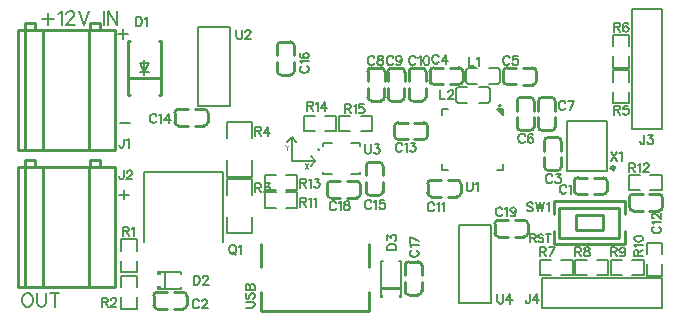
<source format=gto>
G04 Layer: TopSilkscreenLayer*
G04 EasyEDA v6.5.15, 2022-10-09 22:19:18*
G04 792860b319f64621ac1ba377023e4090,0b3a2bb33c9248688526e96ab25d6e06,10*
G04 Gerber Generator version 0.2*
G04 Scale: 100 percent, Rotated: No, Reflected: No *
G04 Dimensions in millimeters *
G04 leading zeros omitted , absolute positions ,4 integer and 5 decimal *
%FSLAX45Y45*%
%MOMM*%

%ADD10C,0.1000*%
%ADD11C,0.2000*%
%ADD12C,0.1500*%
%ADD13C,0.2032*%
%ADD14C,0.2540*%
%ADD15C,0.1520*%
%ADD16C,0.1524*%
%ADD17C,0.1520*%
%ADD18C,0.1270*%
%ADD19C,0.2030*%
%ADD20C,0.3000*%
%ADD21C,0.0154*%

%LPD*%
D10*
X2269975Y1420489D02*
G01*
X2288263Y1397629D01*
X2288263Y1372737D01*
X2306297Y1420489D02*
G01*
X2288263Y1397629D01*
X2440071Y1260487D02*
G01*
X2471821Y1212735D01*
X2471821Y1260487D02*
G01*
X2440071Y1212735D01*
D11*
X269199Y2534655D02*
G01*
X269199Y2436611D01*
X219923Y2485633D02*
G01*
X318221Y2485633D01*
X354289Y2529321D02*
G01*
X365211Y2534655D01*
X381467Y2551165D01*
X381467Y2436611D01*
X422869Y2523733D02*
G01*
X422869Y2529321D01*
X428457Y2540243D01*
X433791Y2545577D01*
X444713Y2551165D01*
X466557Y2551165D01*
X477479Y2545577D01*
X482813Y2540243D01*
X488401Y2529321D01*
X488401Y2518399D01*
X482813Y2507477D01*
X471891Y2490967D01*
X417535Y2436611D01*
X493735Y2436611D01*
X529803Y2551165D02*
G01*
X573491Y2436611D01*
X617179Y2551165D02*
G01*
X573491Y2436611D01*
X737067Y2551165D02*
G01*
X737067Y2436611D01*
X773135Y2551165D02*
G01*
X773135Y2436611D01*
X773135Y2551165D02*
G01*
X849335Y2436611D01*
X849335Y2551165D02*
G01*
X849335Y2436611D01*
X82829Y161213D02*
G01*
X71907Y155625D01*
X60985Y144703D01*
X55397Y133781D01*
X50063Y117525D01*
X50063Y90093D01*
X55397Y73837D01*
X60985Y62915D01*
X71907Y51993D01*
X82829Y46659D01*
X104673Y46659D01*
X115341Y51993D01*
X126263Y62915D01*
X131851Y73837D01*
X137185Y90093D01*
X137185Y117525D01*
X131851Y133781D01*
X126263Y144703D01*
X115341Y155625D01*
X104673Y161213D01*
X82829Y161213D01*
X173253Y161213D02*
G01*
X173253Y79171D01*
X178841Y62915D01*
X189763Y51993D01*
X206019Y46659D01*
X216941Y46659D01*
X233197Y51993D01*
X244119Y62915D01*
X249707Y79171D01*
X249707Y161213D01*
X323875Y161213D02*
G01*
X323875Y46659D01*
X285775Y161213D02*
G01*
X361975Y161213D01*
D12*
X910981Y1037285D02*
G01*
X910981Y955497D01*
X870087Y996391D02*
G01*
X951875Y996391D01*
D11*
X900981Y2397282D02*
G01*
X900981Y2315494D01*
X860087Y2356388D02*
G01*
X941875Y2356388D01*
X879881Y1606473D02*
G01*
X961923Y1606473D01*
D12*
X4349925Y660572D02*
G01*
X4349925Y593770D01*
X4349925Y660572D02*
G01*
X4378627Y660572D01*
X4388279Y657524D01*
X4391327Y654222D01*
X4394629Y647872D01*
X4394629Y641522D01*
X4391327Y635172D01*
X4388279Y632124D01*
X4378627Y628822D01*
X4349925Y628822D01*
X4372277Y628822D02*
G01*
X4394629Y593770D01*
X4460161Y651174D02*
G01*
X4453811Y657524D01*
X4444159Y660572D01*
X4431459Y660572D01*
X4421807Y657524D01*
X4415457Y651174D01*
X4415457Y644824D01*
X4418759Y638474D01*
X4421807Y635172D01*
X4428157Y632124D01*
X4447461Y625520D01*
X4453811Y622472D01*
X4456859Y619170D01*
X4460161Y612820D01*
X4460161Y603422D01*
X4453811Y597072D01*
X4444159Y593770D01*
X4431459Y593770D01*
X4421807Y597072D01*
X4415457Y603422D01*
X4503341Y660572D02*
G01*
X4503341Y593770D01*
X4480989Y660572D02*
G01*
X4525693Y660572D01*
X5029987Y1360601D02*
G01*
X5080787Y1284401D01*
X5080787Y1360601D02*
G01*
X5029987Y1284401D01*
X5104917Y1346123D02*
G01*
X5112283Y1349933D01*
X5123205Y1360601D01*
X5123205Y1284401D01*
X1544439Y92633D02*
G01*
X1540883Y99745D01*
X1533517Y107111D01*
X1526405Y110667D01*
X1511927Y110667D01*
X1504561Y107111D01*
X1497195Y99745D01*
X1493639Y92633D01*
X1490083Y81711D01*
X1490083Y63423D01*
X1493639Y52501D01*
X1497195Y45389D01*
X1504561Y38023D01*
X1511927Y34467D01*
X1526405Y34467D01*
X1533517Y38023D01*
X1540883Y45389D01*
X1544439Y52501D01*
X1572125Y92633D02*
G01*
X1572125Y96189D01*
X1575935Y103555D01*
X1579491Y107111D01*
X1586603Y110667D01*
X1601335Y110667D01*
X1608447Y107111D01*
X1612257Y103555D01*
X1615813Y96189D01*
X1615813Y88823D01*
X1612257Y81711D01*
X1604891Y70789D01*
X1568569Y34467D01*
X1619369Y34467D01*
X1499989Y310753D02*
G01*
X1499989Y234299D01*
X1499989Y310753D02*
G01*
X1525389Y310753D01*
X1536311Y307197D01*
X1543677Y299831D01*
X1547233Y292465D01*
X1550789Y281543D01*
X1550789Y263509D01*
X1547233Y252587D01*
X1543677Y245221D01*
X1536311Y238109D01*
X1525389Y234299D01*
X1499989Y234299D01*
X1578475Y292465D02*
G01*
X1578475Y296275D01*
X1582285Y303387D01*
X1585841Y307197D01*
X1593207Y310753D01*
X1607685Y310753D01*
X1614797Y307197D01*
X1618607Y303387D01*
X1622163Y296275D01*
X1622163Y288909D01*
X1618607Y281543D01*
X1611241Y270621D01*
X1574919Y234299D01*
X1625719Y234299D01*
X720077Y120667D02*
G01*
X720077Y44467D01*
X720077Y120667D02*
G01*
X752843Y120667D01*
X763511Y117111D01*
X767321Y113555D01*
X770877Y106189D01*
X770877Y98823D01*
X767321Y91711D01*
X763511Y87901D01*
X752843Y84345D01*
X720077Y84345D01*
X745477Y84345D02*
G01*
X770877Y44467D01*
X798563Y102633D02*
G01*
X798563Y106189D01*
X802119Y113555D01*
X805929Y117111D01*
X813041Y120667D01*
X827519Y120667D01*
X834885Y117111D01*
X838441Y113555D01*
X842251Y106189D01*
X842251Y98823D01*
X838441Y91711D01*
X831329Y80789D01*
X795007Y44467D01*
X845807Y44467D01*
X899929Y720681D02*
G01*
X899929Y644481D01*
X899929Y720681D02*
G01*
X932695Y720681D01*
X943617Y717125D01*
X947173Y713569D01*
X950983Y706203D01*
X950983Y698837D01*
X947173Y691725D01*
X943617Y687915D01*
X932695Y684359D01*
X899929Y684359D01*
X925329Y684359D02*
G01*
X950983Y644481D01*
X974859Y706203D02*
G01*
X982225Y709759D01*
X993147Y720681D01*
X993147Y644481D01*
X3574567Y2162479D02*
G01*
X3571011Y2169845D01*
X3563645Y2177211D01*
X3556279Y2180767D01*
X3541801Y2180767D01*
X3534435Y2177211D01*
X3527323Y2169845D01*
X3523767Y2162479D01*
X3519957Y2151557D01*
X3519957Y2133523D01*
X3523767Y2122601D01*
X3527323Y2115235D01*
X3534435Y2107869D01*
X3541801Y2104313D01*
X3556279Y2104313D01*
X3563645Y2107869D01*
X3571011Y2115235D01*
X3574567Y2122601D01*
X3635019Y2180767D02*
G01*
X3598443Y2129713D01*
X3653053Y2129713D01*
X3635019Y2180767D02*
G01*
X3635019Y2104313D01*
X4174515Y2152573D02*
G01*
X4170959Y2159685D01*
X4163593Y2167051D01*
X4156227Y2170607D01*
X4141749Y2170607D01*
X4134637Y2167051D01*
X4127271Y2159685D01*
X4123715Y2152573D01*
X4119905Y2141651D01*
X4119905Y2123363D01*
X4123715Y2112441D01*
X4127271Y2105329D01*
X4134637Y2097963D01*
X4141749Y2094407D01*
X4156227Y2094407D01*
X4163593Y2097963D01*
X4170959Y2105329D01*
X4174515Y2112441D01*
X4242079Y2170607D02*
G01*
X4205757Y2170607D01*
X4202201Y2138095D01*
X4205757Y2141651D01*
X4216679Y2145207D01*
X4227601Y2145207D01*
X4238523Y2141651D01*
X4245889Y2134285D01*
X4249445Y2123363D01*
X4249445Y2116251D01*
X4245889Y2105329D01*
X4238523Y2097963D01*
X4227601Y2094407D01*
X4216679Y2094407D01*
X4205757Y2097963D01*
X4202201Y2101519D01*
X4198645Y2108885D01*
X4304563Y1492427D02*
G01*
X4301007Y1499793D01*
X4293641Y1507159D01*
X4286275Y1510715D01*
X4271797Y1510715D01*
X4264431Y1507159D01*
X4257319Y1499793D01*
X4253763Y1492427D01*
X4249953Y1481505D01*
X4249953Y1463471D01*
X4253763Y1452549D01*
X4257319Y1445183D01*
X4264431Y1438071D01*
X4271797Y1434261D01*
X4286275Y1434261D01*
X4293641Y1438071D01*
X4301007Y1445183D01*
X4304563Y1452549D01*
X4372127Y1499793D02*
G01*
X4368571Y1507159D01*
X4357649Y1510715D01*
X4350283Y1510715D01*
X4339361Y1507159D01*
X4332249Y1496237D01*
X4328439Y1477949D01*
X4328439Y1459915D01*
X4332249Y1445183D01*
X4339361Y1438071D01*
X4350283Y1434261D01*
X4354093Y1434261D01*
X4365015Y1438071D01*
X4372127Y1445183D01*
X4375937Y1456105D01*
X4375937Y1459915D01*
X4372127Y1470837D01*
X4365015Y1477949D01*
X4354093Y1481505D01*
X4350283Y1481505D01*
X4339361Y1477949D01*
X4332249Y1470837D01*
X4328439Y1459915D01*
X4644669Y1772589D02*
G01*
X4640859Y1779701D01*
X4633747Y1787067D01*
X4626381Y1790623D01*
X4611903Y1790623D01*
X4604537Y1787067D01*
X4597425Y1779701D01*
X4593615Y1772589D01*
X4590059Y1761667D01*
X4590059Y1743379D01*
X4593615Y1732457D01*
X4597425Y1725091D01*
X4604537Y1717979D01*
X4611903Y1714169D01*
X4626381Y1714169D01*
X4633747Y1717979D01*
X4640859Y1725091D01*
X4644669Y1732457D01*
X4719599Y1790623D02*
G01*
X4683023Y1714169D01*
X4668545Y1790623D02*
G01*
X4719599Y1790623D01*
X3029229Y2152319D02*
G01*
X3025673Y2159685D01*
X3018307Y2167051D01*
X3010941Y2170607D01*
X2996463Y2170607D01*
X2989097Y2167051D01*
X2981985Y2159685D01*
X2978175Y2152319D01*
X2974619Y2141397D01*
X2974619Y2123363D01*
X2978175Y2112441D01*
X2981985Y2105075D01*
X2989097Y2097963D01*
X2996463Y2094153D01*
X3010941Y2094153D01*
X3018307Y2097963D01*
X3025673Y2105075D01*
X3029229Y2112441D01*
X3071393Y2170607D02*
G01*
X3060471Y2167051D01*
X3056915Y2159685D01*
X3056915Y2152319D01*
X3060471Y2145207D01*
X3067837Y2141397D01*
X3082315Y2137841D01*
X3093237Y2134285D01*
X3100349Y2126919D01*
X3104159Y2119807D01*
X3104159Y2108885D01*
X3100349Y2101519D01*
X3096793Y2097963D01*
X3085871Y2094153D01*
X3071393Y2094153D01*
X3060471Y2097963D01*
X3056915Y2101519D01*
X3053105Y2108885D01*
X3053105Y2119807D01*
X3056915Y2126919D01*
X3064027Y2134285D01*
X3074949Y2137841D01*
X3089427Y2141397D01*
X3096793Y2145207D01*
X3100349Y2152319D01*
X3100349Y2159685D01*
X3096793Y2167051D01*
X3085871Y2170607D01*
X3071393Y2170607D01*
X3188995Y2152319D02*
G01*
X3185439Y2159685D01*
X3178073Y2167051D01*
X3170961Y2170607D01*
X3156229Y2170607D01*
X3149117Y2167051D01*
X3141751Y2159685D01*
X3138195Y2152319D01*
X3134385Y2141397D01*
X3134385Y2123363D01*
X3138195Y2112441D01*
X3141751Y2105075D01*
X3149117Y2097963D01*
X3156229Y2094153D01*
X3170961Y2094153D01*
X3178073Y2097963D01*
X3185439Y2105075D01*
X3188995Y2112441D01*
X3260369Y2145207D02*
G01*
X3256559Y2134285D01*
X3249447Y2126919D01*
X3238525Y2123363D01*
X3234969Y2123363D01*
X3224047Y2126919D01*
X3216681Y2134285D01*
X3213125Y2145207D01*
X3213125Y2148763D01*
X3216681Y2159685D01*
X3224047Y2167051D01*
X3234969Y2170607D01*
X3238525Y2170607D01*
X3249447Y2167051D01*
X3256559Y2159685D01*
X3260369Y2145207D01*
X3260369Y2126919D01*
X3256559Y2108885D01*
X3249447Y2097963D01*
X3238525Y2094153D01*
X3231159Y2094153D01*
X3220237Y2097963D01*
X3216681Y2105075D01*
X3378987Y2152319D02*
G01*
X3375431Y2159685D01*
X3368065Y2167051D01*
X3360953Y2170607D01*
X3346221Y2170607D01*
X3339109Y2167051D01*
X3331743Y2159685D01*
X3328187Y2152319D01*
X3324377Y2141397D01*
X3324377Y2123363D01*
X3328187Y2112441D01*
X3331743Y2105075D01*
X3339109Y2097963D01*
X3346221Y2094153D01*
X3360953Y2094153D01*
X3368065Y2097963D01*
X3375431Y2105075D01*
X3378987Y2112441D01*
X3403117Y2156129D02*
G01*
X3410229Y2159685D01*
X3421151Y2170607D01*
X3421151Y2094153D01*
X3467125Y2170607D02*
G01*
X3456203Y2167051D01*
X3448837Y2156129D01*
X3445281Y2137841D01*
X3445281Y2126919D01*
X3448837Y2108885D01*
X3456203Y2097963D01*
X3467125Y2094153D01*
X3474237Y2094153D01*
X3485159Y2097963D01*
X3492525Y2108885D01*
X3496081Y2126919D01*
X3496081Y2137841D01*
X3492525Y2156129D01*
X3485159Y2167051D01*
X3474237Y2170607D01*
X3467125Y2170607D01*
X3534435Y912545D02*
G01*
X3530879Y919911D01*
X3523513Y927023D01*
X3516401Y930833D01*
X3501923Y930833D01*
X3494557Y927023D01*
X3487191Y919911D01*
X3483635Y912545D01*
X3480079Y901623D01*
X3480079Y883335D01*
X3483635Y872413D01*
X3487191Y865301D01*
X3494557Y857935D01*
X3501923Y854379D01*
X3516401Y854379D01*
X3523513Y857935D01*
X3530879Y865301D01*
X3534435Y872413D01*
X3558565Y916101D02*
G01*
X3565931Y919911D01*
X3576853Y930833D01*
X3576853Y854379D01*
X3600729Y916101D02*
G01*
X3608095Y919911D01*
X3619017Y930833D01*
X3619017Y854379D01*
X5397525Y724636D02*
G01*
X5390159Y720826D01*
X5382793Y713714D01*
X5379237Y706348D01*
X5379237Y691870D01*
X5382793Y684504D01*
X5390159Y677392D01*
X5397525Y673582D01*
X5408447Y670026D01*
X5426481Y670026D01*
X5437403Y673582D01*
X5444769Y677392D01*
X5451881Y684504D01*
X5455691Y691870D01*
X5455691Y706348D01*
X5451881Y713714D01*
X5444769Y720826D01*
X5437403Y724636D01*
X5393715Y748512D02*
G01*
X5390159Y755878D01*
X5379237Y766800D01*
X5455691Y766800D01*
X5397525Y794486D02*
G01*
X5393715Y794486D01*
X5386603Y798042D01*
X5382793Y801598D01*
X5379237Y808964D01*
X5379237Y823442D01*
X5382793Y830808D01*
X5386603Y834364D01*
X5393715Y837920D01*
X5401081Y837920D01*
X5408447Y834364D01*
X5419369Y826998D01*
X5455691Y790676D01*
X5455691Y841730D01*
X3264433Y1417497D02*
G01*
X3260877Y1424863D01*
X3253511Y1431975D01*
X3246399Y1435785D01*
X3231921Y1435785D01*
X3224555Y1431975D01*
X3217189Y1424863D01*
X3213633Y1417497D01*
X3210077Y1406575D01*
X3210077Y1388541D01*
X3213633Y1377619D01*
X3217189Y1370253D01*
X3224555Y1362887D01*
X3231921Y1359331D01*
X3246399Y1359331D01*
X3253511Y1362887D01*
X3260877Y1370253D01*
X3264433Y1377619D01*
X3288563Y1421053D02*
G01*
X3295929Y1424863D01*
X3306851Y1435785D01*
X3306851Y1359331D01*
X3338093Y1435785D02*
G01*
X3377971Y1435785D01*
X3356127Y1406575D01*
X3367049Y1406575D01*
X3374415Y1403019D01*
X3377971Y1399463D01*
X3381527Y1388541D01*
X3381527Y1381175D01*
X3377971Y1370253D01*
X3370605Y1362887D01*
X3359937Y1359331D01*
X3349015Y1359331D01*
X3338093Y1362887D01*
X3334283Y1366697D01*
X3330727Y1373809D01*
X1184607Y1662658D02*
G01*
X1180797Y1669770D01*
X1173685Y1677136D01*
X1166319Y1680692D01*
X1151841Y1680692D01*
X1144475Y1677136D01*
X1137363Y1669770D01*
X1133553Y1662658D01*
X1129997Y1651736D01*
X1129997Y1633448D01*
X1133553Y1622526D01*
X1137363Y1615160D01*
X1144475Y1608048D01*
X1151841Y1604238D01*
X1166319Y1604238D01*
X1173685Y1608048D01*
X1180797Y1615160D01*
X1184607Y1622526D01*
X1208483Y1666214D02*
G01*
X1215849Y1669770D01*
X1226771Y1680692D01*
X1226771Y1604238D01*
X1286969Y1680692D02*
G01*
X1250647Y1629892D01*
X1305257Y1629892D01*
X1286969Y1680692D02*
G01*
X1286969Y1604238D01*
X3004591Y932611D02*
G01*
X3001035Y939723D01*
X2993669Y947089D01*
X2986303Y950645D01*
X2971825Y950645D01*
X2964459Y947089D01*
X2957347Y939723D01*
X2953537Y932611D01*
X2949981Y921689D01*
X2949981Y903401D01*
X2953537Y892479D01*
X2957347Y885367D01*
X2964459Y878001D01*
X2971825Y874445D01*
X2986303Y874445D01*
X2993669Y878001D01*
X3001035Y885367D01*
X3004591Y892479D01*
X3028467Y936167D02*
G01*
X3035833Y939723D01*
X3046755Y950645D01*
X3046755Y874445D01*
X3114319Y950645D02*
G01*
X3077997Y950645D01*
X3074441Y917879D01*
X3077997Y921689D01*
X3088919Y925245D01*
X3099841Y925245D01*
X3110763Y921689D01*
X3118129Y914323D01*
X3121685Y903401D01*
X3121685Y896289D01*
X3118129Y885367D01*
X3110763Y878001D01*
X3099841Y874445D01*
X3088919Y874445D01*
X3077997Y878001D01*
X3074441Y881557D01*
X3070631Y888923D01*
X2417368Y2084425D02*
G01*
X2410256Y2080869D01*
X2402890Y2073503D01*
X2399334Y2066391D01*
X2399334Y2051913D01*
X2402890Y2044547D01*
X2410256Y2037181D01*
X2417368Y2033625D01*
X2428290Y2030069D01*
X2446578Y2030069D01*
X2457500Y2033625D01*
X2464612Y2037181D01*
X2471978Y2044547D01*
X2475534Y2051913D01*
X2475534Y2066391D01*
X2471978Y2073503D01*
X2464612Y2080869D01*
X2457500Y2084425D01*
X2413812Y2108555D02*
G01*
X2410256Y2115921D01*
X2399334Y2126843D01*
X2475534Y2126843D01*
X2410256Y2194407D02*
G01*
X2402890Y2190597D01*
X2399334Y2179929D01*
X2399334Y2172563D01*
X2402890Y2161641D01*
X2413812Y2154275D01*
X2432100Y2150719D01*
X2450134Y2150719D01*
X2464612Y2154275D01*
X2471978Y2161641D01*
X2475534Y2172563D01*
X2475534Y2176119D01*
X2471978Y2187041D01*
X2464612Y2194407D01*
X2453944Y2197963D01*
X2450134Y2197963D01*
X2439212Y2194407D01*
X2432100Y2187041D01*
X2428290Y2176119D01*
X2428290Y2172563D01*
X2432100Y2161641D01*
X2439212Y2154275D01*
X2450134Y2150719D01*
X3347567Y524510D02*
G01*
X3340201Y520954D01*
X3333089Y513588D01*
X3329279Y506476D01*
X3329279Y491744D01*
X3333089Y484632D01*
X3340201Y477266D01*
X3347567Y473710D01*
X3358489Y470154D01*
X3376523Y470154D01*
X3387445Y473710D01*
X3394811Y477266D01*
X3402177Y484632D01*
X3405733Y491744D01*
X3405733Y506476D01*
X3402177Y513588D01*
X3394811Y520954D01*
X3387445Y524510D01*
X3344011Y548640D02*
G01*
X3340201Y555752D01*
X3329279Y566674D01*
X3405733Y566674D01*
X3329279Y641604D02*
G01*
X3405733Y605282D01*
X3329279Y590804D02*
G01*
X3329279Y641604D01*
X2704617Y922451D02*
G01*
X2700807Y929817D01*
X2693695Y937183D01*
X2686329Y940739D01*
X2671851Y940739D01*
X2664485Y937183D01*
X2657373Y929817D01*
X2653563Y922451D01*
X2650007Y911529D01*
X2650007Y893495D01*
X2653563Y882573D01*
X2657373Y875207D01*
X2664485Y868095D01*
X2671851Y864285D01*
X2686329Y864285D01*
X2693695Y868095D01*
X2700807Y875207D01*
X2704617Y882573D01*
X2728493Y926261D02*
G01*
X2735859Y929817D01*
X2746781Y940739D01*
X2746781Y864285D01*
X2788945Y940739D02*
G01*
X2778023Y937183D01*
X2774467Y929817D01*
X2774467Y922451D01*
X2778023Y915339D01*
X2785389Y911529D01*
X2799867Y907973D01*
X2810789Y904417D01*
X2817901Y897051D01*
X2821711Y889939D01*
X2821711Y879017D01*
X2817901Y871651D01*
X2814345Y868095D01*
X2803423Y864285D01*
X2788945Y864285D01*
X2778023Y868095D01*
X2774467Y871651D01*
X2770657Y879017D01*
X2770657Y889939D01*
X2774467Y897051D01*
X2781579Y904417D01*
X2792501Y907973D01*
X2806979Y911529D01*
X2814345Y915339D01*
X2817901Y922451D01*
X2817901Y929817D01*
X2814345Y937183D01*
X2803423Y940739D01*
X2788945Y940739D01*
X4114571Y872667D02*
G01*
X4111015Y879779D01*
X4103649Y887145D01*
X4096283Y890701D01*
X4081805Y890701D01*
X4074439Y887145D01*
X4067327Y879779D01*
X4063771Y872667D01*
X4059961Y861745D01*
X4059961Y843457D01*
X4063771Y832535D01*
X4067327Y825169D01*
X4074439Y818057D01*
X4081805Y814247D01*
X4096283Y814247D01*
X4103649Y818057D01*
X4111015Y825169D01*
X4114571Y832535D01*
X4138447Y876223D02*
G01*
X4145813Y879779D01*
X4156735Y890701D01*
X4156735Y814247D01*
X4228109Y865301D02*
G01*
X4224299Y854379D01*
X4217187Y847013D01*
X4206265Y843457D01*
X4202455Y843457D01*
X4191533Y847013D01*
X4184421Y854379D01*
X4180865Y865301D01*
X4180865Y868857D01*
X4184421Y879779D01*
X4191533Y887145D01*
X4202455Y890701D01*
X4206265Y890701D01*
X4217187Y887145D01*
X4224299Y879779D01*
X4228109Y865301D01*
X4228109Y847013D01*
X4224299Y828979D01*
X4217187Y818057D01*
X4206265Y814247D01*
X4198899Y814247D01*
X4187977Y818057D01*
X4184421Y825169D01*
X3139186Y529996D02*
G01*
X3215639Y529996D01*
X3139186Y529996D02*
G01*
X3139186Y555396D01*
X3142995Y566318D01*
X3150107Y573684D01*
X3157473Y577240D01*
X3168395Y580796D01*
X3186429Y580796D01*
X3197352Y577240D01*
X3204718Y573684D01*
X3212084Y566318D01*
X3215639Y555396D01*
X3215639Y529996D01*
X3139186Y612292D02*
G01*
X3139186Y652170D01*
X3168395Y630326D01*
X3168395Y641248D01*
X3171952Y648614D01*
X3175507Y652170D01*
X3186429Y655726D01*
X3193795Y655726D01*
X3204718Y652170D01*
X3212084Y644804D01*
X3215639Y633882D01*
X3215639Y622960D01*
X3212084Y612292D01*
X3208273Y608482D01*
X3201161Y604926D01*
X2020044Y1091006D02*
G01*
X2020044Y1014552D01*
X2020044Y1091006D02*
G01*
X2052556Y1091006D01*
X2063478Y1087196D01*
X2067288Y1083640D01*
X2070844Y1076274D01*
X2070844Y1069162D01*
X2067288Y1061796D01*
X2063478Y1058240D01*
X2052556Y1054430D01*
X2020044Y1054430D01*
X2045444Y1054430D02*
G01*
X2070844Y1014552D01*
X2102086Y1091006D02*
G01*
X2142218Y1091006D01*
X2120374Y1061796D01*
X2131296Y1061796D01*
X2138408Y1058240D01*
X2142218Y1054430D01*
X2145774Y1043508D01*
X2145774Y1036396D01*
X2142218Y1025474D01*
X2134852Y1018108D01*
X2123930Y1014552D01*
X2113008Y1014552D01*
X2102086Y1018108D01*
X2098530Y1021918D01*
X2094974Y1029030D01*
X4370791Y919883D02*
G01*
X4363679Y926995D01*
X4352757Y930805D01*
X4338279Y930805D01*
X4327357Y926995D01*
X4319991Y919883D01*
X4319991Y912517D01*
X4323547Y905151D01*
X4327357Y901595D01*
X4334469Y898039D01*
X4356313Y890673D01*
X4363679Y887117D01*
X4367235Y883561D01*
X4370791Y876195D01*
X4370791Y865273D01*
X4363679Y857907D01*
X4352757Y854351D01*
X4338279Y854351D01*
X4327357Y857907D01*
X4319991Y865273D01*
X4394921Y930805D02*
G01*
X4412955Y854351D01*
X4431243Y930805D02*
G01*
X4412955Y854351D01*
X4431243Y930805D02*
G01*
X4449531Y854351D01*
X4467565Y930805D02*
G01*
X4449531Y854351D01*
X4491695Y916073D02*
G01*
X4498807Y919883D01*
X4509729Y930805D01*
X4509729Y854351D01*
X2020044Y1570812D02*
G01*
X2020044Y1494612D01*
X2020044Y1570812D02*
G01*
X2052556Y1570812D01*
X2063478Y1567256D01*
X2067288Y1563700D01*
X2070844Y1556334D01*
X2070844Y1548968D01*
X2067288Y1541856D01*
X2063478Y1538046D01*
X2052556Y1534490D01*
X2020044Y1534490D01*
X2045444Y1534490D02*
G01*
X2070844Y1494612D01*
X2131296Y1570812D02*
G01*
X2094720Y1520012D01*
X2149330Y1520012D01*
X2131296Y1570812D02*
G01*
X2131296Y1494612D01*
X5060045Y1750763D02*
G01*
X5060045Y1674309D01*
X5060045Y1750763D02*
G01*
X5092811Y1750763D01*
X5103733Y1747207D01*
X5107289Y1743397D01*
X5111099Y1736285D01*
X5111099Y1728919D01*
X5107289Y1721553D01*
X5103733Y1717997D01*
X5092811Y1714441D01*
X5060045Y1714441D01*
X5085445Y1714441D02*
G01*
X5111099Y1674309D01*
X5178663Y1750763D02*
G01*
X5142341Y1750763D01*
X5138531Y1717997D01*
X5142341Y1721553D01*
X5153263Y1725363D01*
X5164185Y1725363D01*
X5175107Y1721553D01*
X5182219Y1714441D01*
X5185775Y1703519D01*
X5185775Y1696153D01*
X5182219Y1685231D01*
X5175107Y1678119D01*
X5164185Y1674309D01*
X5153263Y1674309D01*
X5142341Y1678119D01*
X5138531Y1681675D01*
X5134975Y1689041D01*
X5060045Y2450787D02*
G01*
X5060045Y2374333D01*
X5060045Y2450787D02*
G01*
X5092811Y2450787D01*
X5103733Y2447231D01*
X5107289Y2443421D01*
X5111099Y2436309D01*
X5111099Y2428943D01*
X5107289Y2421577D01*
X5103733Y2418021D01*
X5092811Y2414465D01*
X5060045Y2414465D01*
X5085445Y2414465D02*
G01*
X5111099Y2374333D01*
X5178663Y2439865D02*
G01*
X5175107Y2447231D01*
X5164185Y2450787D01*
X5156819Y2450787D01*
X5145897Y2447231D01*
X5138531Y2436309D01*
X5134975Y2418021D01*
X5134975Y2399733D01*
X5138531Y2385255D01*
X5145897Y2378143D01*
X5156819Y2374333D01*
X5160375Y2374333D01*
X5171297Y2378143D01*
X5178663Y2385255D01*
X5182219Y2396177D01*
X5182219Y2399733D01*
X5178663Y2410655D01*
X5171297Y2418021D01*
X5160375Y2421577D01*
X5156819Y2421577D01*
X5145897Y2418021D01*
X5138531Y2410655D01*
X5134975Y2399733D01*
X4430039Y550849D02*
G01*
X4430039Y474395D01*
X4430039Y550849D02*
G01*
X4462805Y550849D01*
X4473727Y547039D01*
X4477283Y543483D01*
X4480839Y536117D01*
X4480839Y529005D01*
X4477283Y521639D01*
X4473727Y518083D01*
X4462805Y514273D01*
X4430039Y514273D01*
X4455439Y514273D02*
G01*
X4480839Y474395D01*
X4555769Y550849D02*
G01*
X4519447Y474395D01*
X4504969Y550849D02*
G01*
X4555769Y550849D01*
X4730013Y550849D02*
G01*
X4730013Y474395D01*
X4730013Y550849D02*
G01*
X4762779Y550849D01*
X4773701Y547039D01*
X4777257Y543483D01*
X4780813Y536117D01*
X4780813Y529005D01*
X4777257Y521639D01*
X4773701Y518083D01*
X4762779Y514273D01*
X4730013Y514273D01*
X4755413Y514273D02*
G01*
X4780813Y474395D01*
X4822977Y550849D02*
G01*
X4812055Y547039D01*
X4808499Y539927D01*
X4808499Y532561D01*
X4812055Y525195D01*
X4819421Y521639D01*
X4833899Y518083D01*
X4844821Y514273D01*
X4852187Y507161D01*
X4855743Y499795D01*
X4855743Y488873D01*
X4852187Y481761D01*
X4848631Y477951D01*
X4837709Y474395D01*
X4822977Y474395D01*
X4812055Y477951D01*
X4808499Y481761D01*
X4804943Y488873D01*
X4804943Y499795D01*
X4808499Y507161D01*
X4815865Y514273D01*
X4826787Y518083D01*
X4841265Y521639D01*
X4848631Y525195D01*
X4852187Y532561D01*
X4852187Y539927D01*
X4848631Y547039D01*
X4837709Y550849D01*
X4822977Y550849D01*
X5029987Y550849D02*
G01*
X5029987Y474395D01*
X5029987Y550849D02*
G01*
X5062753Y550849D01*
X5073675Y547039D01*
X5077231Y543483D01*
X5080787Y536117D01*
X5080787Y529005D01*
X5077231Y521639D01*
X5073675Y518083D01*
X5062753Y514273D01*
X5029987Y514273D01*
X5055387Y514273D02*
G01*
X5080787Y474395D01*
X5152161Y525195D02*
G01*
X5148605Y514273D01*
X5141239Y507161D01*
X5130317Y503351D01*
X5126761Y503351D01*
X5115839Y507161D01*
X5108473Y514273D01*
X5104917Y525195D01*
X5104917Y529005D01*
X5108473Y539927D01*
X5115839Y547039D01*
X5126761Y550849D01*
X5130317Y550849D01*
X5141239Y547039D01*
X5148605Y539927D01*
X5152161Y525195D01*
X5152161Y507161D01*
X5148605Y488873D01*
X5141239Y477951D01*
X5130317Y474395D01*
X5123205Y474395D01*
X5112283Y477951D01*
X5108473Y485317D01*
X5229232Y479905D02*
G01*
X5305686Y479905D01*
X5229232Y479905D02*
G01*
X5229232Y512671D01*
X5232788Y523593D01*
X5236598Y527149D01*
X5243710Y530959D01*
X5251076Y530959D01*
X5258442Y527149D01*
X5261998Y523593D01*
X5265554Y512671D01*
X5265554Y479905D01*
X5265554Y505559D02*
G01*
X5305686Y530959D01*
X5243710Y554835D02*
G01*
X5240154Y562201D01*
X5229232Y573123D01*
X5305686Y573123D01*
X5229232Y618843D02*
G01*
X5232788Y607921D01*
X5243710Y600809D01*
X5261998Y596999D01*
X5272920Y596999D01*
X5290954Y600809D01*
X5301876Y607921D01*
X5305686Y618843D01*
X5305686Y626209D01*
X5301876Y637131D01*
X5290954Y644243D01*
X5272920Y648053D01*
X5261998Y648053D01*
X5243710Y644243D01*
X5232788Y637131D01*
X5229232Y626209D01*
X5229232Y618843D01*
X2400071Y970711D02*
G01*
X2400071Y894257D01*
X2400071Y970711D02*
G01*
X2432837Y970711D01*
X2443505Y967155D01*
X2447315Y963345D01*
X2450871Y956233D01*
X2450871Y948867D01*
X2447315Y941755D01*
X2443505Y937945D01*
X2432837Y934389D01*
X2400071Y934389D01*
X2425471Y934389D02*
G01*
X2450871Y894257D01*
X2475001Y956233D02*
G01*
X2482113Y959789D01*
X2493035Y970711D01*
X2493035Y894257D01*
X2517165Y956233D02*
G01*
X2524277Y959789D01*
X2535199Y970711D01*
X2535199Y894257D01*
X5188018Y1261658D02*
G01*
X5188018Y1185458D01*
X5188018Y1261658D02*
G01*
X5220784Y1261658D01*
X5231706Y1258102D01*
X5235262Y1254546D01*
X5238818Y1247180D01*
X5238818Y1239814D01*
X5235262Y1232702D01*
X5231706Y1228892D01*
X5220784Y1225336D01*
X5188018Y1225336D01*
X5213418Y1225336D02*
G01*
X5238818Y1185458D01*
X5262948Y1247180D02*
G01*
X5270060Y1250736D01*
X5280982Y1261658D01*
X5280982Y1185458D01*
X5308668Y1243624D02*
G01*
X5308668Y1247180D01*
X5312478Y1254546D01*
X5316034Y1258102D01*
X5323146Y1261658D01*
X5337878Y1261658D01*
X5344990Y1258102D01*
X5348800Y1254546D01*
X5352356Y1247180D01*
X5352356Y1239814D01*
X5348800Y1232702D01*
X5341434Y1221780D01*
X5305112Y1185458D01*
X5355912Y1185458D01*
X2400071Y1130731D02*
G01*
X2400071Y1054277D01*
X2400071Y1130731D02*
G01*
X2432837Y1130731D01*
X2443505Y1127175D01*
X2447315Y1123365D01*
X2450871Y1116253D01*
X2450871Y1108887D01*
X2447315Y1101521D01*
X2443505Y1097965D01*
X2432837Y1094409D01*
X2400071Y1094409D01*
X2425471Y1094409D02*
G01*
X2450871Y1054277D01*
X2475001Y1116253D02*
G01*
X2482113Y1119809D01*
X2493035Y1130731D01*
X2493035Y1054277D01*
X2524277Y1130731D02*
G01*
X2564409Y1130731D01*
X2542565Y1101521D01*
X2553487Y1101521D01*
X2560599Y1097965D01*
X2564409Y1094409D01*
X2567965Y1083487D01*
X2567965Y1076121D01*
X2564409Y1065199D01*
X2557043Y1058087D01*
X2546121Y1054277D01*
X2535199Y1054277D01*
X2524277Y1058087D01*
X2520721Y1061643D01*
X2517165Y1069009D01*
X2459507Y1780717D02*
G01*
X2459507Y1704517D01*
X2459507Y1780717D02*
G01*
X2492019Y1780717D01*
X2502941Y1777161D01*
X2506751Y1773605D01*
X2510307Y1766239D01*
X2510307Y1758873D01*
X2506751Y1751761D01*
X2502941Y1747951D01*
X2492019Y1744395D01*
X2459507Y1744395D01*
X2484907Y1744395D02*
G01*
X2510307Y1704517D01*
X2534437Y1766239D02*
G01*
X2541549Y1769795D01*
X2552471Y1780717D01*
X2552471Y1704517D01*
X2612923Y1780717D02*
G01*
X2576601Y1729917D01*
X2630957Y1729917D01*
X2612923Y1780717D02*
G01*
X2612923Y1704517D01*
X2779293Y1760905D02*
G01*
X2779293Y1684451D01*
X2779293Y1760905D02*
G01*
X2812059Y1760905D01*
X2822981Y1757095D01*
X2826791Y1753539D01*
X2830347Y1746173D01*
X2830347Y1739061D01*
X2826791Y1731695D01*
X2822981Y1728139D01*
X2812059Y1724329D01*
X2779293Y1724329D01*
X2804947Y1724329D02*
G01*
X2830347Y1684451D01*
X2854223Y1746173D02*
G01*
X2861589Y1749983D01*
X2872511Y1760905D01*
X2872511Y1684451D01*
X2940075Y1760905D02*
G01*
X2903753Y1760905D01*
X2900197Y1728139D01*
X2903753Y1731695D01*
X2914675Y1735251D01*
X2925597Y1735251D01*
X2936519Y1731695D01*
X2943885Y1724329D01*
X2947441Y1713661D01*
X2947441Y1706295D01*
X2943885Y1695373D01*
X2936519Y1688007D01*
X2925597Y1684451D01*
X2914675Y1684451D01*
X2903753Y1688007D01*
X2900197Y1691817D01*
X2896387Y1698929D01*
X1821738Y570679D02*
G01*
X1814626Y567123D01*
X1807260Y559757D01*
X1803704Y552645D01*
X1799894Y541723D01*
X1799894Y523435D01*
X1803704Y512513D01*
X1807260Y505401D01*
X1814626Y498035D01*
X1821738Y494479D01*
X1836470Y494479D01*
X1843582Y498035D01*
X1850948Y505401D01*
X1854504Y512513D01*
X1858060Y523435D01*
X1858060Y541723D01*
X1854504Y552645D01*
X1850948Y559757D01*
X1843582Y567123D01*
X1836470Y570679D01*
X1821738Y570679D01*
X1832660Y508957D02*
G01*
X1854504Y487113D01*
X1882190Y556201D02*
G01*
X1889556Y559757D01*
X1900478Y570679D01*
X1900478Y494479D01*
X4069935Y150698D02*
G01*
X4069935Y96088D01*
X4073745Y85166D01*
X4080857Y78054D01*
X4091779Y74244D01*
X4099145Y74244D01*
X4110067Y78054D01*
X4117179Y85166D01*
X4120989Y96088D01*
X4120989Y150698D01*
X4181187Y150698D02*
G01*
X4144865Y99898D01*
X4199475Y99898D01*
X4181187Y150698D02*
G01*
X4181187Y74244D01*
X4654489Y1062482D02*
G01*
X4650933Y1069848D01*
X4643567Y1077214D01*
X4636455Y1080770D01*
X4621723Y1080770D01*
X4614611Y1077214D01*
X4607245Y1069848D01*
X4603689Y1062482D01*
X4599879Y1051560D01*
X4599879Y1033526D01*
X4603689Y1022604D01*
X4607245Y1015238D01*
X4614611Y1008126D01*
X4621723Y1004316D01*
X4636455Y1004316D01*
X4643567Y1008126D01*
X4650933Y1015238D01*
X4654489Y1022604D01*
X4678619Y1066292D02*
G01*
X4685731Y1069848D01*
X4696653Y1080770D01*
X4696653Y1004316D01*
X4534491Y1152441D02*
G01*
X4530935Y1159807D01*
X4523569Y1167173D01*
X4516457Y1170729D01*
X4501725Y1170729D01*
X4494613Y1167173D01*
X4487247Y1159807D01*
X4483691Y1152441D01*
X4479881Y1141519D01*
X4479881Y1123485D01*
X4483691Y1112563D01*
X4487247Y1105197D01*
X4494613Y1098085D01*
X4501725Y1094275D01*
X4516457Y1094275D01*
X4523569Y1098085D01*
X4530935Y1105197D01*
X4534491Y1112563D01*
X4565733Y1170729D02*
G01*
X4605865Y1170729D01*
X4584021Y1141519D01*
X4594943Y1141519D01*
X4602055Y1137963D01*
X4605865Y1134407D01*
X4609421Y1123485D01*
X4609421Y1116119D01*
X4605865Y1105197D01*
X4598499Y1098085D01*
X4587577Y1094275D01*
X4576655Y1094275D01*
X4565733Y1098085D01*
X4562177Y1101641D01*
X4558621Y1109007D01*
X906485Y1470837D02*
G01*
X906485Y1412417D01*
X902675Y1401749D01*
X899119Y1397939D01*
X891753Y1394383D01*
X884641Y1394383D01*
X877275Y1397939D01*
X873719Y1401749D01*
X869909Y1412417D01*
X869909Y1419783D01*
X930361Y1456105D02*
G01*
X937727Y1459915D01*
X948649Y1470837D01*
X948649Y1394383D01*
X906485Y1200835D02*
G01*
X906485Y1142669D01*
X902675Y1131747D01*
X899119Y1127937D01*
X891753Y1124381D01*
X884641Y1124381D01*
X877275Y1127937D01*
X873719Y1131747D01*
X869909Y1142669D01*
X869909Y1149781D01*
X933917Y1182547D02*
G01*
X933917Y1186103D01*
X937727Y1193469D01*
X941283Y1197025D01*
X948649Y1200835D01*
X963127Y1200835D01*
X970239Y1197025D01*
X974049Y1193469D01*
X977605Y1186103D01*
X977605Y1178991D01*
X974049Y1171625D01*
X966683Y1160703D01*
X930361Y1124381D01*
X981161Y1124381D01*
X3830012Y2160602D02*
G01*
X3830012Y2084402D01*
X3830012Y2084402D02*
G01*
X3873700Y2084402D01*
X3897576Y2146124D02*
G01*
X3904942Y2149680D01*
X3915864Y2160602D01*
X3915864Y2084402D01*
X3584328Y1880638D02*
G01*
X3584328Y1804438D01*
X3584328Y1804438D02*
G01*
X3628016Y1804438D01*
X3655702Y1862604D02*
G01*
X3655702Y1866160D01*
X3659258Y1873526D01*
X3663068Y1877082D01*
X3670180Y1880638D01*
X3684912Y1880638D01*
X3692024Y1877082D01*
X3695834Y1873526D01*
X3699390Y1866160D01*
X3699390Y1858794D01*
X3695834Y1851682D01*
X3688468Y1840760D01*
X3652146Y1804438D01*
X3702946Y1804438D01*
X3810025Y1100759D02*
G01*
X3810025Y1046149D01*
X3813581Y1035227D01*
X3820947Y1028115D01*
X3831869Y1024305D01*
X3838981Y1024305D01*
X3849903Y1028115D01*
X3857269Y1035227D01*
X3860825Y1046149D01*
X3860825Y1100759D01*
X3884955Y1086281D02*
G01*
X3892067Y1089837D01*
X3902989Y1100759D01*
X3902989Y1024305D01*
X1860067Y2390825D02*
G01*
X1860067Y2336215D01*
X1863623Y2325293D01*
X1870989Y2317927D01*
X1881911Y2314371D01*
X1889023Y2314371D01*
X1899945Y2317927D01*
X1907311Y2325293D01*
X1910867Y2336215D01*
X1910867Y2390825D01*
X1938553Y2372537D02*
G01*
X1938553Y2376093D01*
X1942109Y2383459D01*
X1945919Y2387015D01*
X1953031Y2390825D01*
X1967509Y2390825D01*
X1974875Y2387015D01*
X1978431Y2383459D01*
X1982241Y2376093D01*
X1982241Y2368981D01*
X1978431Y2361615D01*
X1971319Y2350693D01*
X1934997Y2314371D01*
X1985797Y2314371D01*
X2949981Y1420799D02*
G01*
X2949981Y1366189D01*
X2953537Y1355267D01*
X2960903Y1347901D01*
X2971825Y1344345D01*
X2979191Y1344345D01*
X2990113Y1347901D01*
X2997225Y1355267D01*
X3000781Y1366189D01*
X3000781Y1420799D01*
X3032277Y1420799D02*
G01*
X3072155Y1420799D01*
X3050311Y1391589D01*
X3061233Y1391589D01*
X3068599Y1388033D01*
X3072155Y1384477D01*
X3075711Y1373555D01*
X3075711Y1366189D01*
X3072155Y1355267D01*
X3064789Y1347901D01*
X3053867Y1344345D01*
X3043199Y1344345D01*
X3032277Y1347901D01*
X3028467Y1351711D01*
X3024911Y1358823D01*
X1939328Y40091D02*
G01*
X1993938Y40091D01*
X2004606Y43647D01*
X2011972Y51013D01*
X2015528Y61935D01*
X2015528Y69047D01*
X2011972Y79969D01*
X2004606Y87335D01*
X1993938Y90891D01*
X1939328Y90891D01*
X1950250Y165821D02*
G01*
X1942884Y158455D01*
X1939328Y147533D01*
X1939328Y133055D01*
X1942884Y122133D01*
X1950250Y115021D01*
X1957362Y115021D01*
X1964728Y118577D01*
X1968284Y122133D01*
X1972094Y129499D01*
X1979206Y151343D01*
X1983016Y158455D01*
X1986572Y162265D01*
X1993938Y165821D01*
X2004606Y165821D01*
X2011972Y158455D01*
X2015528Y147533D01*
X2015528Y133055D01*
X2011972Y122133D01*
X2004606Y115021D01*
X1939328Y189697D02*
G01*
X2015528Y189697D01*
X1939328Y189697D02*
G01*
X1939328Y222463D01*
X1942884Y233385D01*
X1946440Y237195D01*
X1953806Y240751D01*
X1961172Y240751D01*
X1968284Y237195D01*
X1972094Y233385D01*
X1975650Y222463D01*
X1975650Y189697D02*
G01*
X1975650Y222463D01*
X1979206Y233385D01*
X1983016Y237195D01*
X1990128Y240751D01*
X2001050Y240751D01*
X2008416Y237195D01*
X2011972Y233385D01*
X2015528Y222463D01*
X2015528Y189697D01*
X1009929Y2500807D02*
G01*
X1009929Y2424353D01*
X1009929Y2500807D02*
G01*
X1035329Y2500807D01*
X1046251Y2496997D01*
X1053617Y2489885D01*
X1057173Y2482519D01*
X1060983Y2471597D01*
X1060983Y2453563D01*
X1057173Y2442641D01*
X1053617Y2435275D01*
X1046251Y2427909D01*
X1035329Y2424353D01*
X1009929Y2424353D01*
X1084859Y2486075D02*
G01*
X1092225Y2489885D01*
X1103147Y2500807D01*
X1103147Y2424353D01*
X5316245Y1500809D02*
G01*
X5316245Y1442643D01*
X5312689Y1431721D01*
X5309133Y1427911D01*
X5301767Y1424355D01*
X5294655Y1424355D01*
X5287289Y1427911D01*
X5283733Y1431721D01*
X5279923Y1442643D01*
X5279923Y1449755D01*
X5347741Y1500809D02*
G01*
X5387619Y1500809D01*
X5365775Y1471599D01*
X5376697Y1471599D01*
X5384063Y1468043D01*
X5387619Y1464233D01*
X5391175Y1453565D01*
X5391175Y1446199D01*
X5387619Y1435277D01*
X5380253Y1427911D01*
X5369331Y1424355D01*
X5358409Y1424355D01*
X5347741Y1427911D01*
X5343931Y1431721D01*
X5340375Y1438833D01*
X4346247Y150675D02*
G01*
X4346247Y92509D01*
X4342691Y81587D01*
X4339135Y78031D01*
X4331769Y74475D01*
X4324657Y74475D01*
X4317291Y78031D01*
X4313735Y81587D01*
X4309925Y92509D01*
X4309925Y99875D01*
X4406699Y150675D02*
G01*
X4370377Y99875D01*
X4424987Y99875D01*
X4406699Y150675D02*
G01*
X4406699Y74475D01*
G36*
X1192072Y350164D02*
G01*
X1192072Y314909D01*
X1222552Y314909D01*
X1222552Y350164D01*
G37*
G36*
X1192072Y224942D02*
G01*
X1192072Y189687D01*
X1222552Y189687D01*
X1222552Y224942D01*
G37*
G36*
X4068064Y1717598D02*
G01*
X4115663Y1669999D01*
X4117594Y1669999D01*
X4109974Y1717598D01*
G37*
X2329992Y1279999D02*
G01*
X2529992Y1279999D01*
X2489995Y1319997D01*
X2329992Y1479991D02*
G01*
X2369990Y1440002D01*
X2329992Y1279999D02*
G01*
X2329992Y1479999D01*
X2289995Y1440002D01*
X2529992Y1279999D02*
G01*
X2489995Y1240000D01*
D13*
X4999969Y1199987D02*
G01*
X4999969Y1619986D01*
X4659970Y1619986D01*
X4659970Y1199987D01*
X4999969Y1199987D01*
D14*
X1160995Y60022D02*
G01*
X1160995Y140025D01*
X1271971Y29037D02*
G01*
X1191973Y29037D01*
X1271971Y171002D02*
G01*
X1191973Y171002D01*
X1329560Y28455D02*
G01*
X1409560Y28455D01*
X1440543Y59438D02*
G01*
X1440543Y139435D01*
X1329560Y170416D02*
G01*
X1409560Y170416D01*
D15*
X1390159Y197304D02*
G01*
X1390159Y217926D01*
X1390159Y342546D02*
G01*
X1390159Y322925D01*
D16*
X1214915Y342546D02*
G01*
X1390159Y342546D01*
X1214915Y197304D02*
G01*
X1390159Y197304D01*
X1255359Y342546D02*
G01*
X1255359Y197304D01*
X883925Y127482D02*
G01*
X883925Y31595D01*
X1016045Y31595D01*
X1016045Y127482D01*
X883925Y212725D02*
G01*
X883925Y308612D01*
X1016045Y308612D01*
X1016045Y212725D01*
X1016058Y522620D02*
G01*
X1016058Y618507D01*
X883937Y618507D01*
X883937Y522620D01*
X1016058Y437377D02*
G01*
X1016058Y341490D01*
X883937Y341490D01*
X883937Y437377D01*
D14*
X3779100Y2039896D02*
G01*
X3779100Y1959894D01*
X3668125Y2070882D02*
G01*
X3748123Y2070882D01*
X3668125Y1928916D02*
G01*
X3748123Y1928916D01*
X3610536Y2071463D02*
G01*
X3530536Y2071463D01*
X3499553Y2040481D02*
G01*
X3499553Y1960483D01*
X3610536Y1929503D02*
G01*
X3530536Y1929503D01*
X4121111Y1959942D02*
G01*
X4121111Y2039945D01*
X4232087Y1928957D02*
G01*
X4152089Y1928957D01*
X4232087Y2070922D02*
G01*
X4152089Y2070922D01*
X4289676Y1928375D02*
G01*
X4369676Y1928375D01*
X4400659Y1959358D02*
G01*
X4400659Y2039355D01*
X4289676Y2070336D02*
G01*
X4369676Y2070336D01*
X4269920Y1819135D02*
G01*
X4349922Y1819135D01*
X4238934Y1708160D02*
G01*
X4238934Y1788157D01*
X4380900Y1708160D02*
G01*
X4380900Y1788157D01*
X4238353Y1650570D02*
G01*
X4238353Y1570570D01*
X4269336Y1539587D02*
G01*
X4349333Y1539587D01*
X4380313Y1650570D02*
G01*
X4380313Y1570570D01*
X4450006Y1818881D02*
G01*
X4530008Y1818881D01*
X4419020Y1707906D02*
G01*
X4419020Y1787903D01*
X4560986Y1707906D02*
G01*
X4560986Y1787903D01*
X4418439Y1650316D02*
G01*
X4418439Y1570316D01*
X4449422Y1539333D02*
G01*
X4529419Y1539333D01*
X4560399Y1650316D02*
G01*
X4560399Y1570316D01*
X3084446Y1791068D02*
G01*
X3004444Y1791068D01*
X3115431Y1902043D02*
G01*
X3115431Y1822046D01*
X2973466Y1902043D02*
G01*
X2973466Y1822046D01*
X3116013Y1959632D02*
G01*
X3116013Y2039632D01*
X3085030Y2070615D02*
G01*
X3005033Y2070615D01*
X2974052Y1959632D02*
G01*
X2974052Y2039632D01*
X3174418Y2069071D02*
G01*
X3254420Y2069071D01*
X3143432Y1958096D02*
G01*
X3143432Y2038093D01*
X3285398Y1958096D02*
G01*
X3285398Y2038093D01*
X3142851Y1900506D02*
G01*
X3142851Y1820506D01*
X3173834Y1789523D02*
G01*
X3253831Y1789523D01*
X3284811Y1900506D02*
G01*
X3284811Y1820506D01*
X3354504Y2069071D02*
G01*
X3434506Y2069071D01*
X3323518Y1958096D02*
G01*
X3323518Y2038093D01*
X3465484Y1958096D02*
G01*
X3465484Y2038093D01*
X3322937Y1900506D02*
G01*
X3322937Y1820506D01*
X3353920Y1789523D02*
G01*
X3433917Y1789523D01*
X3464897Y1900506D02*
G01*
X3464897Y1820506D01*
X3481031Y1009982D02*
G01*
X3481031Y1089985D01*
X3592007Y978997D02*
G01*
X3512009Y978997D01*
X3592007Y1120962D02*
G01*
X3512009Y1120962D01*
X3649596Y978415D02*
G01*
X3729596Y978415D01*
X3760579Y1009398D02*
G01*
X3760579Y1089395D01*
X3649596Y1120376D02*
G01*
X3729596Y1120376D01*
X5468962Y970048D02*
G01*
X5468962Y890046D01*
X5357987Y1001034D02*
G01*
X5437985Y1001034D01*
X5357987Y859068D02*
G01*
X5437985Y859068D01*
X5300398Y1001615D02*
G01*
X5220398Y1001615D01*
X5189415Y970633D02*
G01*
X5189415Y890635D01*
X5300398Y859655D02*
G01*
X5220398Y859655D01*
X3478872Y1575076D02*
G01*
X3478872Y1495074D01*
X3367897Y1606062D02*
G01*
X3447895Y1606062D01*
X3367897Y1464096D02*
G01*
X3447895Y1464096D01*
X3310308Y1606643D02*
G01*
X3230308Y1606643D01*
X3199325Y1575661D02*
G01*
X3199325Y1495663D01*
X3310308Y1464683D02*
G01*
X3230308Y1464683D01*
X1618998Y1689973D02*
G01*
X1618998Y1609971D01*
X1508023Y1720959D02*
G01*
X1588020Y1720959D01*
X1508023Y1578993D02*
G01*
X1588020Y1578993D01*
X1450433Y1721540D02*
G01*
X1370434Y1721540D01*
X1339451Y1690557D02*
G01*
X1339451Y1610560D01*
X1450433Y1579580D02*
G01*
X1370434Y1579580D01*
X3069968Y990968D02*
G01*
X2989966Y990968D01*
X3100953Y1101943D02*
G01*
X3100953Y1021946D01*
X2958988Y1101943D02*
G01*
X2958988Y1021946D01*
X3101535Y1159532D02*
G01*
X3101535Y1239532D01*
X3070552Y1270515D02*
G01*
X2990555Y1270515D01*
X2959574Y1159532D02*
G01*
X2959574Y1239532D01*
X2239952Y2289035D02*
G01*
X2319954Y2289035D01*
X2208966Y2178060D02*
G01*
X2208966Y2258057D01*
X2350932Y2178060D02*
G01*
X2350932Y2258057D01*
X2208385Y2120470D02*
G01*
X2208385Y2040470D01*
X2239368Y2009487D02*
G01*
X2319365Y2009487D01*
X2350345Y2120470D02*
G01*
X2350345Y2040470D01*
X3319960Y428993D02*
G01*
X3399962Y428993D01*
X3288974Y318018D02*
G01*
X3288974Y398015D01*
X3430940Y318018D02*
G01*
X3430940Y398015D01*
X3288393Y260428D02*
G01*
X3288393Y180428D01*
X3319376Y149445D02*
G01*
X3399373Y149445D01*
X3430353Y260428D02*
G01*
X3430353Y180428D01*
X2630893Y1000076D02*
G01*
X2630893Y1080079D01*
X2741869Y969091D02*
G01*
X2661871Y969091D01*
X2741869Y1111056D02*
G01*
X2661871Y1111056D01*
X2799458Y968509D02*
G01*
X2879458Y968509D01*
X2910441Y999492D02*
G01*
X2910441Y1079489D01*
X2799458Y1110470D02*
G01*
X2879458Y1110470D01*
X4329010Y750084D02*
G01*
X4329010Y670082D01*
X4218035Y781070D02*
G01*
X4298033Y781070D01*
X4218035Y639104D02*
G01*
X4298033Y639104D01*
X4160446Y781651D02*
G01*
X4080446Y781651D01*
X4049463Y750669D02*
G01*
X4049463Y670671D01*
X4160446Y639691D02*
G01*
X4080446Y639691D01*
D17*
X3245459Y131991D02*
G01*
X3245459Y149374D01*
X3094431Y131991D02*
G01*
X3094431Y149374D01*
X3094431Y131991D02*
G01*
X3083326Y131991D01*
X3083326Y149374D01*
X3256564Y149374D02*
G01*
X3256564Y131991D01*
X3245459Y131991D01*
X3245459Y149374D02*
G01*
X3256564Y149374D01*
X3083326Y149374D02*
G01*
X3094431Y149374D01*
X3083326Y207279D02*
G01*
X3256564Y207279D01*
D16*
X3083326Y192991D02*
G01*
X3256564Y192991D01*
X3083326Y149374D02*
G01*
X3083326Y430608D01*
X3083326Y430608D02*
G01*
X3100125Y430608D01*
X3256564Y149374D02*
G01*
X3256564Y430608D01*
X3256564Y430608D02*
G01*
X3239764Y430608D01*
X1782086Y804877D02*
G01*
X1782086Y668886D01*
X1997905Y668886D01*
X1997905Y804877D01*
X1782086Y995118D02*
G01*
X1782086Y1131110D01*
X1997905Y1131110D01*
X1997905Y995118D01*
D14*
X5149992Y579996D02*
G01*
X4549990Y579996D01*
X4549990Y940000D02*
G01*
X5149992Y940000D01*
X5149992Y579996D02*
G01*
X5149992Y686884D01*
X5149992Y833112D02*
G01*
X5149992Y940000D01*
X4549990Y579996D02*
G01*
X4549990Y686884D01*
X4549990Y833112D02*
G01*
X4549990Y940000D01*
X5103990Y632998D02*
G01*
X4595990Y632998D01*
X4595990Y886998D01*
X5103990Y886998D01*
X5103990Y632998D01*
X4964290Y696498D02*
G01*
X4735690Y696498D01*
X4735690Y823498D01*
X4964290Y823498D01*
X4964290Y696498D01*
D16*
X1782086Y1285191D02*
G01*
X1782086Y1149200D01*
X1997905Y1149200D01*
X1997905Y1285191D01*
X1782086Y1475432D02*
G01*
X1782086Y1611424D01*
X1997905Y1611424D01*
X1997905Y1475432D01*
X5186050Y1952642D02*
G01*
X5186050Y2048530D01*
X5053929Y2048530D01*
X5053929Y1952642D01*
X5186050Y1867400D02*
G01*
X5186050Y1771512D01*
X5053929Y1771512D01*
X5053929Y1867400D01*
X5053929Y2167374D02*
G01*
X5053929Y2071486D01*
X5186050Y2071486D01*
X5186050Y2167374D01*
X5053929Y2252616D02*
G01*
X5053929Y2348504D01*
X5186050Y2348504D01*
X5186050Y2252616D01*
X4612614Y313847D02*
G01*
X4708502Y313847D01*
X4708502Y445968D01*
X4612614Y445968D01*
X4527372Y313847D02*
G01*
X4431484Y313847D01*
X4431484Y445968D01*
X4527372Y445968D01*
X4912588Y313847D02*
G01*
X5008476Y313847D01*
X5008476Y445968D01*
X4912588Y445968D01*
X4827346Y313847D02*
G01*
X4731458Y313847D01*
X4731458Y445968D01*
X4827346Y445968D01*
X5212562Y313847D02*
G01*
X5308450Y313847D01*
X5308450Y445968D01*
X5212562Y445968D01*
X5127320Y313847D02*
G01*
X5031432Y313847D01*
X5031432Y445968D01*
X5127320Y445968D01*
X5334005Y407390D02*
G01*
X5334005Y311503D01*
X5466125Y311503D01*
X5466125Y407390D01*
X5334005Y492633D02*
G01*
X5334005Y588520D01*
X5466125Y588520D01*
X5466125Y492633D01*
X2282672Y883823D02*
G01*
X2378560Y883823D01*
X2378560Y1015944D01*
X2282672Y1015944D01*
X2197430Y883823D02*
G01*
X2101542Y883823D01*
X2101542Y1015944D01*
X2197430Y1015944D01*
X5367611Y1033937D02*
G01*
X5463499Y1033937D01*
X5463499Y1166058D01*
X5367611Y1166058D01*
X5282369Y1033937D02*
G01*
X5186481Y1033937D01*
X5186481Y1166058D01*
X5282369Y1166058D01*
X2197430Y1166058D02*
G01*
X2101542Y1166058D01*
X2101542Y1033937D01*
X2197430Y1033937D01*
X2282672Y1166058D02*
G01*
X2378560Y1166058D01*
X2378560Y1033937D01*
X2282672Y1033937D01*
X2612618Y1533809D02*
G01*
X2708506Y1533809D01*
X2708506Y1665930D01*
X2612618Y1665930D01*
X2527376Y1533809D02*
G01*
X2431488Y1533809D01*
X2431488Y1665930D01*
X2527376Y1665930D01*
X2827350Y1665930D02*
G01*
X2731462Y1665930D01*
X2731462Y1533809D01*
X2827350Y1533809D01*
X2912592Y1665930D02*
G01*
X3008480Y1665930D01*
X3008480Y1533809D01*
X2912592Y1533809D01*
X1744616Y591517D02*
G01*
X1744616Y1188260D01*
X1075377Y591517D02*
G01*
X1075377Y1188260D01*
X1744616Y1188260D02*
G01*
X1075377Y1188260D01*
X4017131Y742619D02*
G01*
X4017131Y77378D01*
X3742852Y77378D01*
X3742852Y742619D01*
X4017131Y742619D01*
D14*
X4720988Y1030020D02*
G01*
X4720988Y1110023D01*
X4831963Y999035D02*
G01*
X4751966Y999035D01*
X4831963Y1141001D02*
G01*
X4751966Y1141001D01*
X4889553Y998453D02*
G01*
X4969553Y998453D01*
X5000536Y1029436D02*
G01*
X5000536Y1109433D01*
X4889553Y1140414D02*
G01*
X4969553Y1140414D01*
X4579967Y1200995D02*
G01*
X4499965Y1200995D01*
X4610953Y1311970D02*
G01*
X4610953Y1231973D01*
X4468987Y1311970D02*
G01*
X4468987Y1231973D01*
X4611535Y1369560D02*
G01*
X4611535Y1449560D01*
X4580552Y1480543D02*
G01*
X4500554Y1480543D01*
X4469574Y1369560D02*
G01*
X4469574Y1449560D01*
X829995Y2387996D02*
G01*
X829995Y1371996D01*
X829995Y2387996D02*
G01*
X9999Y2387996D01*
X829995Y1371996D02*
G01*
X10002Y1371996D01*
X10002Y2387996D02*
G01*
X10002Y1371996D01*
X616955Y2387996D02*
G01*
X616955Y1371996D01*
X220718Y2387996D02*
G01*
X220718Y1371996D01*
X68318Y2387996D02*
G01*
X68318Y1371996D01*
X708880Y2387996D02*
G01*
X708880Y2451496D01*
X623199Y2451496D01*
X623199Y2387996D01*
X153299Y2387996D02*
G01*
X153299Y2451496D01*
X67617Y2451496D01*
X67617Y2387996D01*
X829995Y1227998D02*
G01*
X829995Y211998D01*
X829995Y1227998D02*
G01*
X9999Y1227998D01*
X829995Y211998D02*
G01*
X10002Y211998D01*
X10002Y1227998D02*
G01*
X10002Y211998D01*
X616955Y1227998D02*
G01*
X616955Y211998D01*
X220718Y1227998D02*
G01*
X220718Y211998D01*
X68318Y1227998D02*
G01*
X68318Y211998D01*
X708880Y1227998D02*
G01*
X708880Y1291498D01*
X623199Y1291498D01*
X623199Y1227998D01*
X153299Y1227998D02*
G01*
X153299Y1291498D01*
X67617Y1291498D01*
X67617Y1227998D01*
D15*
X3822824Y1934860D02*
G01*
X3899024Y1934860D01*
X4075826Y1934860D02*
G01*
X3999626Y1934860D01*
X4075826Y2066980D02*
G01*
X3999626Y2066980D01*
D16*
X4075826Y2066980D02*
G01*
X4091056Y2051738D01*
X4091056Y1950095D01*
X4075826Y1934860D01*
D15*
X3822824Y2066980D02*
G01*
X3899024Y2066980D01*
D16*
X3822824Y1934860D02*
G01*
X3807581Y1950095D01*
X3807581Y2051738D01*
X3822824Y2066980D01*
D15*
X3991602Y1905134D02*
G01*
X3915402Y1905134D01*
X3738600Y1905134D02*
G01*
X3814800Y1905134D01*
X3738600Y1773013D02*
G01*
X3814800Y1773013D01*
D16*
X3738600Y1773013D02*
G01*
X3723370Y1788256D01*
X3723370Y1889899D01*
X3738600Y1905134D01*
D15*
X3991602Y1773013D02*
G01*
X3915402Y1773013D01*
D16*
X3991602Y1905134D02*
G01*
X4006844Y1889899D01*
X4006844Y1788256D01*
X3991602Y1773013D01*
D15*
X4117611Y1668045D02*
G01*
X4068041Y1717616D01*
D16*
X4117611Y1251948D02*
G01*
X4117611Y1202377D01*
X4068041Y1202377D01*
X3602372Y1251948D02*
G01*
X3602372Y1202377D01*
X3651943Y1202377D01*
X4117611Y1668045D02*
G01*
X4117611Y1717616D01*
X4068041Y1717616D01*
X3602372Y1668045D02*
G01*
X3602372Y1717616D01*
X3651943Y1717616D01*
X1807136Y2412616D02*
G01*
X1807136Y1747375D01*
X1532856Y1747375D01*
X1532856Y2412616D01*
X1807136Y2412616D01*
X2833044Y1432618D02*
G01*
X2907614Y1432618D01*
X2907614Y1408046D01*
X2833044Y1167376D02*
G01*
X2907614Y1167376D01*
X2907614Y1191948D01*
X2666944Y1432618D02*
G01*
X2592374Y1432618D01*
X2592374Y1408046D01*
X2666944Y1167376D02*
G01*
X2592374Y1167376D01*
X2592374Y1191948D01*
D14*
X2987192Y387677D02*
G01*
X2987192Y577306D01*
X2072792Y169298D02*
G01*
X2072792Y11991D01*
X2987192Y11991D01*
X2987192Y169298D01*
X2072792Y577306D02*
G01*
X2072792Y387677D01*
D18*
X1079997Y2133495D02*
G01*
X1079997Y2006495D01*
X1041897Y2108100D02*
G01*
X1079997Y2031900D01*
X1079997Y2031900D02*
G01*
X1118097Y2031900D01*
X1118097Y2108100D02*
G01*
X1079997Y2031900D01*
X1079997Y2108100D02*
G01*
X1118097Y2108100D01*
X1079997Y2031900D02*
G01*
X1041897Y2031900D01*
X1079997Y2108100D02*
G01*
X1041897Y2108100D01*
D14*
X1219995Y1981100D02*
G01*
X939998Y1981100D01*
X940000Y1839998D02*
G01*
X939998Y2300003D01*
X1219995Y1839998D02*
G01*
X1219997Y2300003D01*
X940000Y1839998D02*
G01*
X956884Y1839998D01*
X1203111Y1839998D02*
G01*
X1219995Y1839998D01*
X939998Y2300003D02*
G01*
X956884Y2300003D01*
X1203111Y2300003D02*
G01*
X1219997Y2300003D01*
D13*
X5212989Y2567995D02*
G01*
X5466989Y2567995D01*
X5466989Y1551995D01*
X5212989Y1551995D01*
X5212989Y1742495D01*
D19*
X5212989Y2567995D02*
G01*
X5212989Y1742495D01*
D13*
X5467990Y286999D02*
G01*
X5467990Y32999D01*
X4451990Y32999D01*
X4451990Y286999D01*
X4642490Y286999D01*
D19*
X5467990Y286999D02*
G01*
X4642490Y286999D01*
D20*
G75*
G01*
X5034948Y1219995D02*
G03*
X5034948Y1220249I15001J127D01*
D14*
G75*
G01*
X1440548Y59439D02*
G02*
X1409565Y28456I-30983J0D01*
G75*
G01*
X1409565Y170421D02*
G02*
X1440548Y139436I0J-30983D01*
G75*
G01*
X1191979Y29037D02*
G02*
X1160996Y60023I0J30983D01*
G75*
G01*
X1160996Y140020D02*
G02*
X1191979Y171003I30983J0D01*
G75*
G01*
X3499549Y2040481D02*
G02*
X3530531Y2071464I30982J0D01*
G75*
G01*
X3530531Y1929498D02*
G02*
X3499549Y1960484I0J30983D01*
G75*
G01*
X3748118Y2070882D02*
G02*
X3779101Y2039897I0J-30983D01*
G75*
G01*
X3779101Y1959900D02*
G02*
X3748118Y1928917I-30983J0D01*
G75*
G01*
X4400664Y1959359D02*
G02*
X4369681Y1928376I-30983J0D01*
G75*
G01*
X4369681Y2070341D02*
G02*
X4400664Y2039356I0J-30983D01*
G75*
G01*
X4152095Y1928957D02*
G02*
X4121112Y1959943I0J30983D01*
G75*
G01*
X4121112Y2039940D02*
G02*
X4152095Y2070923I30983J0D01*
G75*
G01*
X4269336Y1539583D02*
G02*
X4238353Y1570566I0J30983D01*
G75*
G01*
X4380319Y1570566D02*
G02*
X4349333Y1539583I-30983J0D01*
G75*
G01*
X4238935Y1788152D02*
G02*
X4269920Y1819135I30983J0D01*
G75*
G01*
X4349918Y1819135D02*
G02*
X4380901Y1788152I0J-30983D01*
G75*
G01*
X4449422Y1539329D02*
G02*
X4418439Y1570312I0J30983D01*
G75*
G01*
X4560405Y1570312D02*
G02*
X4529419Y1539329I-30983J0D01*
G75*
G01*
X4419021Y1787898D02*
G02*
X4450006Y1818881I30983J0D01*
G75*
G01*
X4530004Y1818881D02*
G02*
X4560987Y1787898I0J-30983D01*
G75*
G01*
X3085031Y2070621D02*
G02*
X3116014Y2039638I0J-30983D01*
G75*
G01*
X2974048Y2039638D02*
G02*
X3005033Y2070621I30983J0D01*
G75*
G01*
X3115432Y1822051D02*
G02*
X3084446Y1791068I-30983J0D01*
G75*
G01*
X3004449Y1791068D02*
G02*
X2973466Y1822051I0J30983D01*
G75*
G01*
X3173834Y1789519D02*
G02*
X3142851Y1820502I0J30983D01*
G75*
G01*
X3284817Y1820502D02*
G02*
X3253831Y1789519I-30983J0D01*
G75*
G01*
X3143433Y2038088D02*
G02*
X3174418Y2069071I30983J0D01*
G75*
G01*
X3254416Y2069071D02*
G02*
X3285399Y2038088I0J-30983D01*
G75*
G01*
X3353920Y1789519D02*
G02*
X3322937Y1820502I0J30983D01*
G75*
G01*
X3464903Y1820502D02*
G02*
X3433917Y1789519I-30983J0D01*
G75*
G01*
X3323519Y2038088D02*
G02*
X3354504Y2069071I30983J0D01*
G75*
G01*
X3434502Y2069071D02*
G02*
X3465485Y2038088I0J-30983D01*
G75*
G01*
X3760584Y1009399D02*
G02*
X3729601Y978416I-30983J0D01*
G75*
G01*
X3729601Y1120381D02*
G02*
X3760584Y1089396I0J-30983D01*
G75*
G01*
X3512015Y978997D02*
G02*
X3481032Y1009983I0J30983D01*
G75*
G01*
X3481032Y1089980D02*
G02*
X3512015Y1120963I30983J0D01*
G75*
G01*
X5189410Y970633D02*
G02*
X5220393Y1001616I30983J0D01*
G75*
G01*
X5220393Y859650D02*
G02*
X5189410Y890636I0J30983D01*
G75*
G01*
X5437980Y1001034D02*
G02*
X5468963Y970049I0J-30983D01*
G75*
G01*
X5468963Y890052D02*
G02*
X5437980Y859069I-30983J0D01*
G75*
G01*
X3199320Y1575661D02*
G02*
X3230303Y1606644I30983J0D01*
G75*
G01*
X3230303Y1464678D02*
G02*
X3199320Y1495664I0J30983D01*
G75*
G01*
X3447890Y1606062D02*
G02*
X3478873Y1575077I0J-30983D01*
G75*
G01*
X3478873Y1495080D02*
G02*
X3447890Y1464097I-30983J0D01*
G75*
G01*
X1339446Y1690558D02*
G02*
X1370429Y1721541I30983J0D01*
G75*
G01*
X1370429Y1579575D02*
G02*
X1339446Y1610561I0J30983D01*
G75*
G01*
X1588016Y1720959D02*
G02*
X1618999Y1689974I0J-30983D01*
G75*
G01*
X1618999Y1609976D02*
G02*
X1588016Y1578994I-30983J0D01*
G75*
G01*
X3070553Y1270521D02*
G02*
X3101536Y1239538I0J-30983D01*
G75*
G01*
X2959570Y1239538D02*
G02*
X2990555Y1270521I30983J0D01*
G75*
G01*
X3100954Y1021951D02*
G02*
X3069968Y990968I-30983J0D01*
G75*
G01*
X2989971Y990968D02*
G02*
X2958988Y1021951I0J30983D01*
G75*
G01*
X2239368Y2009483D02*
G02*
X2208385Y2040466I0J30983D01*
G75*
G01*
X2350351Y2040466D02*
G02*
X2319365Y2009483I-30983J0D01*
G75*
G01*
X2208967Y2258052D02*
G02*
X2239952Y2289035I30983J0D01*
G75*
G01*
X2319950Y2289035D02*
G02*
X2350933Y2258052I0J-30983D01*
G75*
G01*
X3319376Y149441D02*
G02*
X3288393Y180424I0J30983D01*
G75*
G01*
X3430359Y180424D02*
G02*
X3399373Y149441I-30983J0D01*
G75*
G01*
X3288975Y398010D02*
G02*
X3319960Y428993I30983J0D01*
G75*
G01*
X3399958Y428993D02*
G02*
X3430941Y398010I0J-30983D01*
G75*
G01*
X2910446Y999493D02*
G02*
X2879463Y968510I-30983J0D01*
G75*
G01*
X2879463Y1110475D02*
G02*
X2910446Y1079490I0J-30983D01*
G75*
G01*
X2661877Y969091D02*
G02*
X2630894Y1000077I0J30983D01*
G75*
G01*
X2630894Y1080074D02*
G02*
X2661877Y1111057I30983J0D01*
G75*
G01*
X4049458Y750669D02*
G02*
X4080441Y781652I30983J0D01*
G75*
G01*
X4080441Y639686D02*
G02*
X4049458Y670672I0J30983D01*
G75*
G01*
X4298028Y781070D02*
G02*
X4329011Y750085I0J-30983D01*
G75*
G01*
X4329011Y670088D02*
G02*
X4298028Y639105I-30983J0D01*
G75*
G01*
X5000541Y1029437D02*
G02*
X4969558Y998454I-30983J0D01*
G75*
G01*
X4969558Y1140419D02*
G02*
X5000541Y1109434I0J-30983D01*
G75*
G01*
X4751972Y999035D02*
G02*
X4720989Y1030021I0J30983D01*
G75*
G01*
X4720989Y1110018D02*
G02*
X4751972Y1141001I30983J0D01*
G75*
G01*
X4580552Y1480548D02*
G02*
X4611535Y1449565I0J-30983D01*
G75*
G01*
X4469569Y1449565D02*
G02*
X4500555Y1480548I30983J0D01*
G75*
G01*
X4610953Y1231979D02*
G02*
X4579968Y1200996I-30982J0D01*
G75*
G01*
X4499971Y1200996D02*
G02*
X4468988Y1231979I0J30983D01*
D11*
G75*
G01
X4099992Y1749984D02*
G03X4099992Y1749984I-10008J0D01*
D12*
G75*
G01
X2567000Y1376197D02*
G03X2567000Y1376197I-7493J0D01*
M02*

</source>
